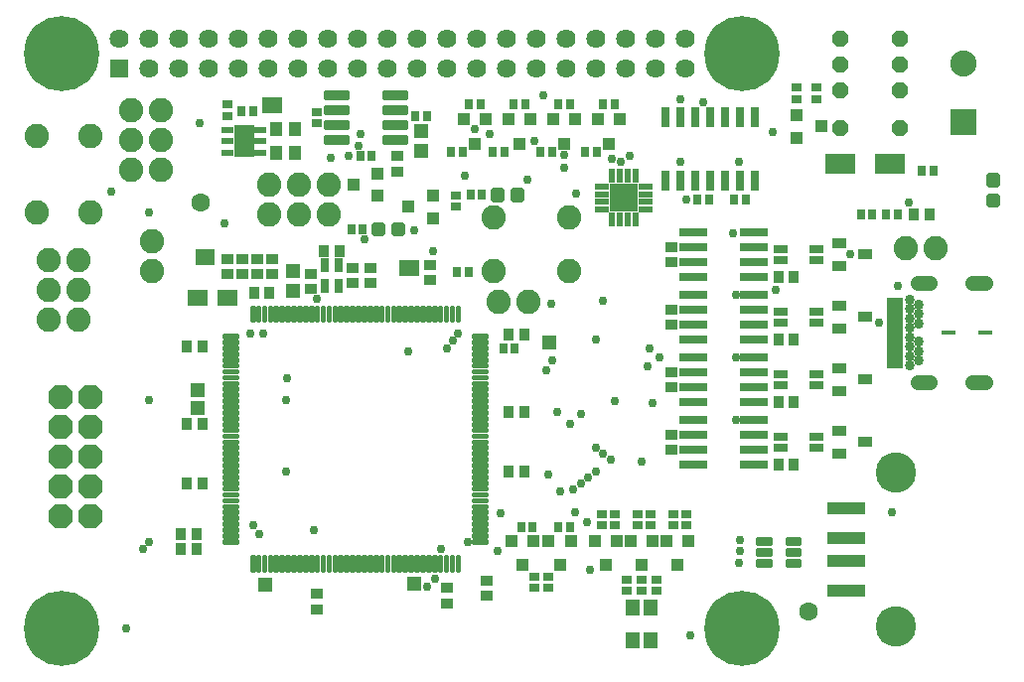
<source format=gbr>
G04 EAGLE Gerber RS-274X export*
G75*
%MOMM*%
%FSLAX34Y34*%
%LPD*%
%INSoldermask Top*%
%IPPOS*%
%AMOC8*
5,1,8,0,0,1.08239X$1,22.5*%
G01*
%ADD10R,0.803200X0.903200*%
%ADD11R,0.711200X1.168400*%
%ADD12R,1.103200X0.903200*%
%ADD13R,0.903200X1.103200*%
%ADD14R,1.203200X1.303200*%
%ADD15R,2.403200X0.803200*%
%ADD16R,1.253200X0.703200*%
%ADD17R,1.203200X0.903200*%
%ADD18C,6.403200*%
%ADD19R,1.625600X1.625600*%
%ADD20C,1.625600*%
%ADD21R,0.803200X1.703200*%
%ADD22R,1.003200X1.103200*%
%ADD23R,0.738300X0.847200*%
%ADD24P,2.254402X8X112.500000*%
%ADD25C,2.082800*%
%ADD26R,1.303200X1.353200*%
%ADD27R,0.903200X0.803200*%
%ADD28C,3.439163*%
%ADD29R,3.203200X1.103200*%
%ADD30C,0.344606*%
%ADD31C,0.362303*%
%ADD32C,1.253200*%
%ADD33R,1.403200X0.503200*%
%ADD34C,0.856400*%
%ADD35R,1.203200X0.403200*%
%ADD36R,2.235200X2.235200*%
%ADD37C,2.235200*%
%ADD38R,2.595200X1.768500*%
%ADD39P,1.507986X8X112.500000*%
%ADD40R,1.103200X1.003200*%
%ADD41R,0.847200X0.738300*%
%ADD42C,0.505344*%
%ADD43R,1.043200X0.623200*%
%ADD44R,1.803200X2.703200*%
%ADD45R,1.124100X1.173400*%
%ADD46R,0.832300X0.763200*%
%ADD47R,0.838200X1.473200*%
%ADD48R,1.253200X0.543200*%
%ADD49R,0.543200X1.253200*%
%ADD50R,2.363200X2.363200*%
%ADD51R,1.203200X1.203200*%
%ADD52C,0.322038*%
%ADD53C,0.756400*%
%ADD54C,1.603200*%


D10*
X376000Y365760D03*
X386000Y365760D03*
D11*
X263525Y371983D03*
X263525Y354457D03*
X274955Y354457D03*
X274955Y371983D03*
D12*
X287020Y356720D03*
X287020Y369720D03*
D13*
X262740Y383540D03*
X275740Y383540D03*
D14*
X236220Y349640D03*
X236220Y366640D03*
D13*
X420220Y312420D03*
X433220Y312420D03*
X153820Y129540D03*
X140820Y129540D03*
X158900Y236220D03*
X145900Y236220D03*
X158900Y185420D03*
X145900Y185420D03*
D12*
X302260Y356720D03*
X302260Y369720D03*
X401320Y103020D03*
X401320Y90020D03*
D13*
X420220Y195580D03*
X433220Y195580D03*
X420220Y246380D03*
X433220Y246380D03*
X158900Y302260D03*
X145900Y302260D03*
D12*
X256540Y91590D03*
X256540Y78590D03*
X353060Y359260D03*
X353060Y372260D03*
X180340Y364340D03*
X180340Y377340D03*
X193040Y364340D03*
X193040Y377340D03*
X218440Y364340D03*
X218440Y377340D03*
D13*
X203050Y347980D03*
X216050Y347980D03*
D12*
X367030Y96670D03*
X367030Y83670D03*
D13*
X153820Y142240D03*
X140820Y142240D03*
D15*
X577250Y227330D03*
X629250Y227330D03*
X577250Y240030D03*
X577250Y214630D03*
X577250Y201930D03*
X629250Y240030D03*
X629250Y214630D03*
X629250Y201930D03*
D13*
X650090Y201930D03*
X663090Y201930D03*
D12*
X558800Y214480D03*
X558800Y227480D03*
D16*
X651500Y225980D03*
X651500Y215980D03*
X682000Y215980D03*
X682000Y225980D03*
D17*
X723470Y220980D03*
X701470Y211480D03*
X701470Y230480D03*
D15*
X577250Y387350D03*
X629250Y387350D03*
X577250Y400050D03*
X577250Y374650D03*
X577250Y361950D03*
X629250Y400050D03*
X629250Y374650D03*
X629250Y361950D03*
D13*
X650090Y361950D03*
X663090Y361950D03*
D12*
X558800Y374500D03*
X558800Y387500D03*
D16*
X651500Y386000D03*
X651500Y376000D03*
X682000Y376000D03*
X682000Y386000D03*
D17*
X723470Y381000D03*
X701470Y371500D03*
X701470Y390500D03*
D15*
X577250Y334010D03*
X629250Y334010D03*
X577250Y346710D03*
X577250Y321310D03*
X577250Y308610D03*
X629250Y346710D03*
X629250Y321310D03*
X629250Y308610D03*
D13*
X650090Y308610D03*
X663090Y308610D03*
D12*
X558800Y321160D03*
X558800Y334160D03*
D16*
X651500Y332660D03*
X651500Y322660D03*
X682000Y322660D03*
X682000Y332660D03*
D17*
X723470Y327660D03*
X701470Y318160D03*
X701470Y337160D03*
D15*
X577250Y280670D03*
X629250Y280670D03*
X577250Y293370D03*
X577250Y267970D03*
X577250Y255270D03*
X629250Y293370D03*
X629250Y267970D03*
X629250Y255270D03*
D13*
X650090Y255270D03*
X663090Y255270D03*
D12*
X558800Y267820D03*
X558800Y280820D03*
D16*
X651500Y279320D03*
X651500Y269320D03*
X682000Y269320D03*
X682000Y279320D03*
D17*
X723470Y274320D03*
X701470Y264820D03*
X701470Y283820D03*
D18*
X39260Y62340D03*
X619260Y62340D03*
X619260Y552340D03*
X39260Y552340D03*
D19*
X87960Y539640D03*
D20*
X113360Y539640D03*
X138760Y539640D03*
X164160Y539640D03*
X189560Y539640D03*
X214960Y539640D03*
X87960Y565040D03*
X113360Y565040D03*
X138760Y565040D03*
X164160Y565040D03*
X189560Y565040D03*
X214960Y565040D03*
X240360Y539640D03*
X240360Y565040D03*
X265760Y539640D03*
X291160Y539640D03*
X316560Y539640D03*
X341960Y539640D03*
X367360Y539640D03*
X392760Y539640D03*
X265760Y565040D03*
X291160Y565040D03*
X316560Y565040D03*
X341960Y565040D03*
X367360Y565040D03*
X392760Y565040D03*
X418160Y539640D03*
X418160Y565040D03*
X443560Y539640D03*
X468960Y539640D03*
X494360Y539640D03*
X519760Y539640D03*
X545160Y539640D03*
X570560Y539640D03*
X443560Y565040D03*
X468960Y565040D03*
X494360Y565040D03*
X519760Y565040D03*
X545160Y565040D03*
X570560Y565040D03*
D21*
X629920Y498170D03*
X617220Y498170D03*
X604520Y498170D03*
X591820Y498170D03*
X579120Y498170D03*
X566420Y498170D03*
X553720Y498170D03*
X553720Y444170D03*
X566420Y444170D03*
X579120Y444170D03*
X591820Y444170D03*
X604520Y444170D03*
X617220Y444170D03*
X629920Y444170D03*
D22*
X476860Y496410D03*
X457860Y496410D03*
X467360Y475410D03*
X514960Y496410D03*
X495960Y496410D03*
X505460Y475410D03*
X400660Y496410D03*
X381660Y496410D03*
X391160Y475410D03*
X438760Y496410D03*
X419760Y496410D03*
X429260Y475410D03*
D23*
X462285Y509270D03*
X472435Y509270D03*
X457195Y468630D03*
X447045Y468630D03*
X500385Y509270D03*
X510535Y509270D03*
X495295Y468630D03*
X485145Y468630D03*
X386085Y509270D03*
X396235Y509270D03*
X380995Y468630D03*
X370845Y468630D03*
X424185Y509270D03*
X434335Y509270D03*
X416555Y468630D03*
X406405Y468630D03*
D24*
X63500Y157480D03*
X38100Y157480D03*
X63500Y182880D03*
X38100Y182880D03*
X63500Y208280D03*
X38100Y208280D03*
X63500Y233680D03*
X38100Y233680D03*
X63500Y259080D03*
X38100Y259080D03*
D25*
X27940Y325120D03*
X53340Y325120D03*
X27940Y350520D03*
X53340Y350520D03*
X27940Y375920D03*
X53340Y375920D03*
X18034Y417068D03*
X18034Y482092D03*
X63246Y417068D03*
X63246Y482092D03*
D12*
X251460Y351640D03*
X251460Y364640D03*
D26*
X525900Y52290D03*
X540900Y52290D03*
X540900Y79790D03*
X525900Y79790D03*
D22*
X573380Y137000D03*
X554380Y137000D03*
X563880Y116000D03*
X542900Y137000D03*
X523900Y137000D03*
X533400Y116000D03*
X512420Y137000D03*
X493420Y137000D03*
X502920Y116000D03*
D27*
X546100Y94060D03*
X546100Y104060D03*
X533400Y94060D03*
X533400Y104060D03*
X520700Y94060D03*
X520700Y104060D03*
D28*
X749780Y195199D03*
X749780Y63881D03*
D29*
X707660Y119540D03*
X707660Y94540D03*
X707660Y139540D03*
X707660Y164540D03*
D30*
X643033Y134307D02*
X632347Y134307D01*
X632347Y138693D01*
X643033Y138693D01*
X643033Y134307D01*
X643033Y137581D02*
X632347Y137581D01*
X632347Y124807D02*
X643033Y124807D01*
X632347Y124807D02*
X632347Y129193D01*
X643033Y129193D01*
X643033Y124807D01*
X643033Y128081D02*
X632347Y128081D01*
X632347Y115307D02*
X643033Y115307D01*
X632347Y115307D02*
X632347Y119693D01*
X643033Y119693D01*
X643033Y115307D01*
X643033Y118581D02*
X632347Y118581D01*
X657447Y115307D02*
X668133Y115307D01*
X657447Y115307D02*
X657447Y119693D01*
X668133Y119693D01*
X668133Y115307D01*
X668133Y118581D02*
X657447Y118581D01*
X657447Y124807D02*
X668133Y124807D01*
X657447Y124807D02*
X657447Y129193D01*
X668133Y129193D01*
X668133Y124807D01*
X668133Y128081D02*
X657447Y128081D01*
X657447Y134307D02*
X668133Y134307D01*
X657447Y134307D02*
X657447Y138693D01*
X668133Y138693D01*
X668133Y134307D01*
X668133Y137581D02*
X657447Y137581D01*
D25*
X436880Y340360D03*
X411480Y340360D03*
D27*
X453390Y106600D03*
X453390Y96600D03*
X441960Y106600D03*
X441960Y96600D03*
D31*
X377765Y324315D02*
X377765Y335325D01*
X377765Y324315D02*
X376355Y324315D01*
X376355Y335325D01*
X377765Y335325D01*
X377765Y327757D02*
X376355Y327757D01*
X376355Y331199D02*
X377765Y331199D01*
X377765Y334641D02*
X376355Y334641D01*
X372765Y335325D02*
X372765Y324315D01*
X371355Y324315D01*
X371355Y335325D01*
X372765Y335325D01*
X372765Y327757D02*
X371355Y327757D01*
X371355Y331199D02*
X372765Y331199D01*
X372765Y334641D02*
X371355Y334641D01*
X367765Y335325D02*
X367765Y324315D01*
X366355Y324315D01*
X366355Y335325D01*
X367765Y335325D01*
X367765Y327757D02*
X366355Y327757D01*
X366355Y331199D02*
X367765Y331199D01*
X367765Y334641D02*
X366355Y334641D01*
X362765Y335325D02*
X362765Y324315D01*
X361355Y324315D01*
X361355Y335325D01*
X362765Y335325D01*
X362765Y327757D02*
X361355Y327757D01*
X361355Y331199D02*
X362765Y331199D01*
X362765Y334641D02*
X361355Y334641D01*
X357765Y335325D02*
X357765Y324315D01*
X356355Y324315D01*
X356355Y335325D01*
X357765Y335325D01*
X357765Y327757D02*
X356355Y327757D01*
X356355Y331199D02*
X357765Y331199D01*
X357765Y334641D02*
X356355Y334641D01*
X352765Y335325D02*
X352765Y324315D01*
X351355Y324315D01*
X351355Y335325D01*
X352765Y335325D01*
X352765Y327757D02*
X351355Y327757D01*
X351355Y331199D02*
X352765Y331199D01*
X352765Y334641D02*
X351355Y334641D01*
X347765Y335325D02*
X347765Y324315D01*
X346355Y324315D01*
X346355Y335325D01*
X347765Y335325D01*
X347765Y327757D02*
X346355Y327757D01*
X346355Y331199D02*
X347765Y331199D01*
X347765Y334641D02*
X346355Y334641D01*
X342765Y335325D02*
X342765Y324315D01*
X341355Y324315D01*
X341355Y335325D01*
X342765Y335325D01*
X342765Y327757D02*
X341355Y327757D01*
X341355Y331199D02*
X342765Y331199D01*
X342765Y334641D02*
X341355Y334641D01*
X337765Y335325D02*
X337765Y324315D01*
X336355Y324315D01*
X336355Y335325D01*
X337765Y335325D01*
X337765Y327757D02*
X336355Y327757D01*
X336355Y331199D02*
X337765Y331199D01*
X337765Y334641D02*
X336355Y334641D01*
X332765Y335325D02*
X332765Y324315D01*
X331355Y324315D01*
X331355Y335325D01*
X332765Y335325D01*
X332765Y327757D02*
X331355Y327757D01*
X331355Y331199D02*
X332765Y331199D01*
X332765Y334641D02*
X331355Y334641D01*
X327765Y335325D02*
X327765Y324315D01*
X326355Y324315D01*
X326355Y335325D01*
X327765Y335325D01*
X327765Y327757D02*
X326355Y327757D01*
X326355Y331199D02*
X327765Y331199D01*
X327765Y334641D02*
X326355Y334641D01*
X322765Y335325D02*
X322765Y324315D01*
X321355Y324315D01*
X321355Y335325D01*
X322765Y335325D01*
X322765Y327757D02*
X321355Y327757D01*
X321355Y331199D02*
X322765Y331199D01*
X322765Y334641D02*
X321355Y334641D01*
X317765Y335325D02*
X317765Y324315D01*
X316355Y324315D01*
X316355Y335325D01*
X317765Y335325D01*
X317765Y327757D02*
X316355Y327757D01*
X316355Y331199D02*
X317765Y331199D01*
X317765Y334641D02*
X316355Y334641D01*
X312765Y335325D02*
X312765Y324315D01*
X311355Y324315D01*
X311355Y335325D01*
X312765Y335325D01*
X312765Y327757D02*
X311355Y327757D01*
X311355Y331199D02*
X312765Y331199D01*
X312765Y334641D02*
X311355Y334641D01*
X307765Y335325D02*
X307765Y324315D01*
X306355Y324315D01*
X306355Y335325D01*
X307765Y335325D01*
X307765Y327757D02*
X306355Y327757D01*
X306355Y331199D02*
X307765Y331199D01*
X307765Y334641D02*
X306355Y334641D01*
X302765Y335325D02*
X302765Y324315D01*
X301355Y324315D01*
X301355Y335325D01*
X302765Y335325D01*
X302765Y327757D02*
X301355Y327757D01*
X301355Y331199D02*
X302765Y331199D01*
X302765Y334641D02*
X301355Y334641D01*
X297765Y335325D02*
X297765Y324315D01*
X296355Y324315D01*
X296355Y335325D01*
X297765Y335325D01*
X297765Y327757D02*
X296355Y327757D01*
X296355Y331199D02*
X297765Y331199D01*
X297765Y334641D02*
X296355Y334641D01*
X292765Y335325D02*
X292765Y324315D01*
X291355Y324315D01*
X291355Y335325D01*
X292765Y335325D01*
X292765Y327757D02*
X291355Y327757D01*
X291355Y331199D02*
X292765Y331199D01*
X292765Y334641D02*
X291355Y334641D01*
X287765Y335325D02*
X287765Y324315D01*
X286355Y324315D01*
X286355Y335325D01*
X287765Y335325D01*
X287765Y327757D02*
X286355Y327757D01*
X286355Y331199D02*
X287765Y331199D01*
X287765Y334641D02*
X286355Y334641D01*
X282765Y335325D02*
X282765Y324315D01*
X281355Y324315D01*
X281355Y335325D01*
X282765Y335325D01*
X282765Y327757D02*
X281355Y327757D01*
X281355Y331199D02*
X282765Y331199D01*
X282765Y334641D02*
X281355Y334641D01*
X277765Y335325D02*
X277765Y324315D01*
X276355Y324315D01*
X276355Y335325D01*
X277765Y335325D01*
X277765Y327757D02*
X276355Y327757D01*
X276355Y331199D02*
X277765Y331199D01*
X277765Y334641D02*
X276355Y334641D01*
X272765Y335325D02*
X272765Y324315D01*
X271355Y324315D01*
X271355Y335325D01*
X272765Y335325D01*
X272765Y327757D02*
X271355Y327757D01*
X271355Y331199D02*
X272765Y331199D01*
X272765Y334641D02*
X271355Y334641D01*
X267765Y335325D02*
X267765Y324315D01*
X266355Y324315D01*
X266355Y335325D01*
X267765Y335325D01*
X267765Y327757D02*
X266355Y327757D01*
X266355Y331199D02*
X267765Y331199D01*
X267765Y334641D02*
X266355Y334641D01*
X262765Y335325D02*
X262765Y324315D01*
X261355Y324315D01*
X261355Y335325D01*
X262765Y335325D01*
X262765Y327757D02*
X261355Y327757D01*
X261355Y331199D02*
X262765Y331199D01*
X262765Y334641D02*
X261355Y334641D01*
X257765Y335325D02*
X257765Y324315D01*
X256355Y324315D01*
X256355Y335325D01*
X257765Y335325D01*
X257765Y327757D02*
X256355Y327757D01*
X256355Y331199D02*
X257765Y331199D01*
X257765Y334641D02*
X256355Y334641D01*
X252765Y335325D02*
X252765Y324315D01*
X251355Y324315D01*
X251355Y335325D01*
X252765Y335325D01*
X252765Y327757D02*
X251355Y327757D01*
X251355Y331199D02*
X252765Y331199D01*
X252765Y334641D02*
X251355Y334641D01*
X247765Y335325D02*
X247765Y324315D01*
X246355Y324315D01*
X246355Y335325D01*
X247765Y335325D01*
X247765Y327757D02*
X246355Y327757D01*
X246355Y331199D02*
X247765Y331199D01*
X247765Y334641D02*
X246355Y334641D01*
X242765Y335325D02*
X242765Y324315D01*
X241355Y324315D01*
X241355Y335325D01*
X242765Y335325D01*
X242765Y327757D02*
X241355Y327757D01*
X241355Y331199D02*
X242765Y331199D01*
X242765Y334641D02*
X241355Y334641D01*
X237765Y335325D02*
X237765Y324315D01*
X236355Y324315D01*
X236355Y335325D01*
X237765Y335325D01*
X237765Y327757D02*
X236355Y327757D01*
X236355Y331199D02*
X237765Y331199D01*
X237765Y334641D02*
X236355Y334641D01*
X232765Y335325D02*
X232765Y324315D01*
X231355Y324315D01*
X231355Y335325D01*
X232765Y335325D01*
X232765Y327757D02*
X231355Y327757D01*
X231355Y331199D02*
X232765Y331199D01*
X232765Y334641D02*
X231355Y334641D01*
X227765Y335325D02*
X227765Y324315D01*
X226355Y324315D01*
X226355Y335325D01*
X227765Y335325D01*
X227765Y327757D02*
X226355Y327757D01*
X226355Y331199D02*
X227765Y331199D01*
X227765Y334641D02*
X226355Y334641D01*
X222765Y335325D02*
X222765Y324315D01*
X221355Y324315D01*
X221355Y335325D01*
X222765Y335325D01*
X222765Y327757D02*
X221355Y327757D01*
X221355Y331199D02*
X222765Y331199D01*
X222765Y334641D02*
X221355Y334641D01*
X217765Y335325D02*
X217765Y324315D01*
X216355Y324315D01*
X216355Y335325D01*
X217765Y335325D01*
X217765Y327757D02*
X216355Y327757D01*
X216355Y331199D02*
X217765Y331199D01*
X217765Y334641D02*
X216355Y334641D01*
X212765Y335325D02*
X212765Y324315D01*
X211355Y324315D01*
X211355Y335325D01*
X212765Y335325D01*
X212765Y327757D02*
X211355Y327757D01*
X211355Y331199D02*
X212765Y331199D01*
X212765Y334641D02*
X211355Y334641D01*
X207765Y335325D02*
X207765Y324315D01*
X206355Y324315D01*
X206355Y335325D01*
X207765Y335325D01*
X207765Y327757D02*
X206355Y327757D01*
X206355Y331199D02*
X207765Y331199D01*
X207765Y334641D02*
X206355Y334641D01*
X202765Y335325D02*
X202765Y324315D01*
X201355Y324315D01*
X201355Y335325D01*
X202765Y335325D01*
X202765Y327757D02*
X201355Y327757D01*
X201355Y331199D02*
X202765Y331199D01*
X202765Y334641D02*
X201355Y334641D01*
X188765Y311725D02*
X177755Y311725D01*
X188765Y311725D02*
X188765Y310315D01*
X177755Y310315D01*
X177755Y311725D01*
X177755Y306725D02*
X188765Y306725D01*
X188765Y305315D01*
X177755Y305315D01*
X177755Y306725D01*
X177755Y301725D02*
X188765Y301725D01*
X188765Y300315D01*
X177755Y300315D01*
X177755Y301725D01*
X177755Y296725D02*
X188765Y296725D01*
X188765Y295315D01*
X177755Y295315D01*
X177755Y296725D01*
X177755Y291725D02*
X188765Y291725D01*
X188765Y290315D01*
X177755Y290315D01*
X177755Y291725D01*
X177755Y286725D02*
X188765Y286725D01*
X188765Y285315D01*
X177755Y285315D01*
X177755Y286725D01*
X177755Y281725D02*
X188765Y281725D01*
X188765Y280315D01*
X177755Y280315D01*
X177755Y281725D01*
X177755Y276725D02*
X188765Y276725D01*
X188765Y275315D01*
X177755Y275315D01*
X177755Y276725D01*
X177755Y271725D02*
X188765Y271725D01*
X188765Y270315D01*
X177755Y270315D01*
X177755Y271725D01*
X177755Y266725D02*
X188765Y266725D01*
X188765Y265315D01*
X177755Y265315D01*
X177755Y266725D01*
X177755Y261725D02*
X188765Y261725D01*
X188765Y260315D01*
X177755Y260315D01*
X177755Y261725D01*
X177755Y256725D02*
X188765Y256725D01*
X188765Y255315D01*
X177755Y255315D01*
X177755Y256725D01*
X177755Y251725D02*
X188765Y251725D01*
X188765Y250315D01*
X177755Y250315D01*
X177755Y251725D01*
X177755Y246725D02*
X188765Y246725D01*
X188765Y245315D01*
X177755Y245315D01*
X177755Y246725D01*
X177755Y241725D02*
X188765Y241725D01*
X188765Y240315D01*
X177755Y240315D01*
X177755Y241725D01*
X177755Y236725D02*
X188765Y236725D01*
X188765Y235315D01*
X177755Y235315D01*
X177755Y236725D01*
X177755Y231725D02*
X188765Y231725D01*
X188765Y230315D01*
X177755Y230315D01*
X177755Y231725D01*
X177755Y226725D02*
X188765Y226725D01*
X188765Y225315D01*
X177755Y225315D01*
X177755Y226725D01*
X177755Y221725D02*
X188765Y221725D01*
X188765Y220315D01*
X177755Y220315D01*
X177755Y221725D01*
X177755Y216725D02*
X188765Y216725D01*
X188765Y215315D01*
X177755Y215315D01*
X177755Y216725D01*
X177755Y211725D02*
X188765Y211725D01*
X188765Y210315D01*
X177755Y210315D01*
X177755Y211725D01*
X177755Y206725D02*
X188765Y206725D01*
X188765Y205315D01*
X177755Y205315D01*
X177755Y206725D01*
X177755Y201725D02*
X188765Y201725D01*
X188765Y200315D01*
X177755Y200315D01*
X177755Y201725D01*
X177755Y196725D02*
X188765Y196725D01*
X188765Y195315D01*
X177755Y195315D01*
X177755Y196725D01*
X177755Y191725D02*
X188765Y191725D01*
X188765Y190315D01*
X177755Y190315D01*
X177755Y191725D01*
X177755Y186725D02*
X188765Y186725D01*
X188765Y185315D01*
X177755Y185315D01*
X177755Y186725D01*
X177755Y181725D02*
X188765Y181725D01*
X188765Y180315D01*
X177755Y180315D01*
X177755Y181725D01*
X177755Y176725D02*
X188765Y176725D01*
X188765Y175315D01*
X177755Y175315D01*
X177755Y176725D01*
X177755Y171725D02*
X188765Y171725D01*
X188765Y170315D01*
X177755Y170315D01*
X177755Y171725D01*
X177755Y166725D02*
X188765Y166725D01*
X188765Y165315D01*
X177755Y165315D01*
X177755Y166725D01*
X177755Y161725D02*
X188765Y161725D01*
X188765Y160315D01*
X177755Y160315D01*
X177755Y161725D01*
X177755Y156725D02*
X188765Y156725D01*
X188765Y155315D01*
X177755Y155315D01*
X177755Y156725D01*
X177755Y151725D02*
X188765Y151725D01*
X188765Y150315D01*
X177755Y150315D01*
X177755Y151725D01*
X177755Y146725D02*
X188765Y146725D01*
X188765Y145315D01*
X177755Y145315D01*
X177755Y146725D01*
X177755Y141725D02*
X188765Y141725D01*
X188765Y140315D01*
X177755Y140315D01*
X177755Y141725D01*
X177755Y136725D02*
X188765Y136725D01*
X188765Y135315D01*
X177755Y135315D01*
X177755Y136725D01*
X201355Y122725D02*
X201355Y111715D01*
X201355Y122725D02*
X202765Y122725D01*
X202765Y111715D01*
X201355Y111715D01*
X201355Y115157D02*
X202765Y115157D01*
X202765Y118599D02*
X201355Y118599D01*
X201355Y122041D02*
X202765Y122041D01*
X206355Y122725D02*
X206355Y111715D01*
X206355Y122725D02*
X207765Y122725D01*
X207765Y111715D01*
X206355Y111715D01*
X206355Y115157D02*
X207765Y115157D01*
X207765Y118599D02*
X206355Y118599D01*
X206355Y122041D02*
X207765Y122041D01*
X211355Y122725D02*
X211355Y111715D01*
X211355Y122725D02*
X212765Y122725D01*
X212765Y111715D01*
X211355Y111715D01*
X211355Y115157D02*
X212765Y115157D01*
X212765Y118599D02*
X211355Y118599D01*
X211355Y122041D02*
X212765Y122041D01*
X216355Y122725D02*
X216355Y111715D01*
X216355Y122725D02*
X217765Y122725D01*
X217765Y111715D01*
X216355Y111715D01*
X216355Y115157D02*
X217765Y115157D01*
X217765Y118599D02*
X216355Y118599D01*
X216355Y122041D02*
X217765Y122041D01*
X221355Y122725D02*
X221355Y111715D01*
X221355Y122725D02*
X222765Y122725D01*
X222765Y111715D01*
X221355Y111715D01*
X221355Y115157D02*
X222765Y115157D01*
X222765Y118599D02*
X221355Y118599D01*
X221355Y122041D02*
X222765Y122041D01*
X226355Y122725D02*
X226355Y111715D01*
X226355Y122725D02*
X227765Y122725D01*
X227765Y111715D01*
X226355Y111715D01*
X226355Y115157D02*
X227765Y115157D01*
X227765Y118599D02*
X226355Y118599D01*
X226355Y122041D02*
X227765Y122041D01*
X231355Y122725D02*
X231355Y111715D01*
X231355Y122725D02*
X232765Y122725D01*
X232765Y111715D01*
X231355Y111715D01*
X231355Y115157D02*
X232765Y115157D01*
X232765Y118599D02*
X231355Y118599D01*
X231355Y122041D02*
X232765Y122041D01*
X236355Y122725D02*
X236355Y111715D01*
X236355Y122725D02*
X237765Y122725D01*
X237765Y111715D01*
X236355Y111715D01*
X236355Y115157D02*
X237765Y115157D01*
X237765Y118599D02*
X236355Y118599D01*
X236355Y122041D02*
X237765Y122041D01*
X241355Y122725D02*
X241355Y111715D01*
X241355Y122725D02*
X242765Y122725D01*
X242765Y111715D01*
X241355Y111715D01*
X241355Y115157D02*
X242765Y115157D01*
X242765Y118599D02*
X241355Y118599D01*
X241355Y122041D02*
X242765Y122041D01*
X246355Y122725D02*
X246355Y111715D01*
X246355Y122725D02*
X247765Y122725D01*
X247765Y111715D01*
X246355Y111715D01*
X246355Y115157D02*
X247765Y115157D01*
X247765Y118599D02*
X246355Y118599D01*
X246355Y122041D02*
X247765Y122041D01*
X251355Y122725D02*
X251355Y111715D01*
X251355Y122725D02*
X252765Y122725D01*
X252765Y111715D01*
X251355Y111715D01*
X251355Y115157D02*
X252765Y115157D01*
X252765Y118599D02*
X251355Y118599D01*
X251355Y122041D02*
X252765Y122041D01*
X256355Y122725D02*
X256355Y111715D01*
X256355Y122725D02*
X257765Y122725D01*
X257765Y111715D01*
X256355Y111715D01*
X256355Y115157D02*
X257765Y115157D01*
X257765Y118599D02*
X256355Y118599D01*
X256355Y122041D02*
X257765Y122041D01*
X261355Y122725D02*
X261355Y111715D01*
X261355Y122725D02*
X262765Y122725D01*
X262765Y111715D01*
X261355Y111715D01*
X261355Y115157D02*
X262765Y115157D01*
X262765Y118599D02*
X261355Y118599D01*
X261355Y122041D02*
X262765Y122041D01*
X266355Y122725D02*
X266355Y111715D01*
X266355Y122725D02*
X267765Y122725D01*
X267765Y111715D01*
X266355Y111715D01*
X266355Y115157D02*
X267765Y115157D01*
X267765Y118599D02*
X266355Y118599D01*
X266355Y122041D02*
X267765Y122041D01*
X271355Y122725D02*
X271355Y111715D01*
X271355Y122725D02*
X272765Y122725D01*
X272765Y111715D01*
X271355Y111715D01*
X271355Y115157D02*
X272765Y115157D01*
X272765Y118599D02*
X271355Y118599D01*
X271355Y122041D02*
X272765Y122041D01*
X276355Y122725D02*
X276355Y111715D01*
X276355Y122725D02*
X277765Y122725D01*
X277765Y111715D01*
X276355Y111715D01*
X276355Y115157D02*
X277765Y115157D01*
X277765Y118599D02*
X276355Y118599D01*
X276355Y122041D02*
X277765Y122041D01*
X281355Y122725D02*
X281355Y111715D01*
X281355Y122725D02*
X282765Y122725D01*
X282765Y111715D01*
X281355Y111715D01*
X281355Y115157D02*
X282765Y115157D01*
X282765Y118599D02*
X281355Y118599D01*
X281355Y122041D02*
X282765Y122041D01*
X286355Y122725D02*
X286355Y111715D01*
X286355Y122725D02*
X287765Y122725D01*
X287765Y111715D01*
X286355Y111715D01*
X286355Y115157D02*
X287765Y115157D01*
X287765Y118599D02*
X286355Y118599D01*
X286355Y122041D02*
X287765Y122041D01*
X291355Y122725D02*
X291355Y111715D01*
X291355Y122725D02*
X292765Y122725D01*
X292765Y111715D01*
X291355Y111715D01*
X291355Y115157D02*
X292765Y115157D01*
X292765Y118599D02*
X291355Y118599D01*
X291355Y122041D02*
X292765Y122041D01*
X296355Y122725D02*
X296355Y111715D01*
X296355Y122725D02*
X297765Y122725D01*
X297765Y111715D01*
X296355Y111715D01*
X296355Y115157D02*
X297765Y115157D01*
X297765Y118599D02*
X296355Y118599D01*
X296355Y122041D02*
X297765Y122041D01*
X301355Y122725D02*
X301355Y111715D01*
X301355Y122725D02*
X302765Y122725D01*
X302765Y111715D01*
X301355Y111715D01*
X301355Y115157D02*
X302765Y115157D01*
X302765Y118599D02*
X301355Y118599D01*
X301355Y122041D02*
X302765Y122041D01*
X306355Y122725D02*
X306355Y111715D01*
X306355Y122725D02*
X307765Y122725D01*
X307765Y111715D01*
X306355Y111715D01*
X306355Y115157D02*
X307765Y115157D01*
X307765Y118599D02*
X306355Y118599D01*
X306355Y122041D02*
X307765Y122041D01*
X311355Y122725D02*
X311355Y111715D01*
X311355Y122725D02*
X312765Y122725D01*
X312765Y111715D01*
X311355Y111715D01*
X311355Y115157D02*
X312765Y115157D01*
X312765Y118599D02*
X311355Y118599D01*
X311355Y122041D02*
X312765Y122041D01*
X316355Y122725D02*
X316355Y111715D01*
X316355Y122725D02*
X317765Y122725D01*
X317765Y111715D01*
X316355Y111715D01*
X316355Y115157D02*
X317765Y115157D01*
X317765Y118599D02*
X316355Y118599D01*
X316355Y122041D02*
X317765Y122041D01*
X321355Y122725D02*
X321355Y111715D01*
X321355Y122725D02*
X322765Y122725D01*
X322765Y111715D01*
X321355Y111715D01*
X321355Y115157D02*
X322765Y115157D01*
X322765Y118599D02*
X321355Y118599D01*
X321355Y122041D02*
X322765Y122041D01*
X326355Y122725D02*
X326355Y111715D01*
X326355Y122725D02*
X327765Y122725D01*
X327765Y111715D01*
X326355Y111715D01*
X326355Y115157D02*
X327765Y115157D01*
X327765Y118599D02*
X326355Y118599D01*
X326355Y122041D02*
X327765Y122041D01*
X331355Y122725D02*
X331355Y111715D01*
X331355Y122725D02*
X332765Y122725D01*
X332765Y111715D01*
X331355Y111715D01*
X331355Y115157D02*
X332765Y115157D01*
X332765Y118599D02*
X331355Y118599D01*
X331355Y122041D02*
X332765Y122041D01*
X336355Y122725D02*
X336355Y111715D01*
X336355Y122725D02*
X337765Y122725D01*
X337765Y111715D01*
X336355Y111715D01*
X336355Y115157D02*
X337765Y115157D01*
X337765Y118599D02*
X336355Y118599D01*
X336355Y122041D02*
X337765Y122041D01*
X341355Y122725D02*
X341355Y111715D01*
X341355Y122725D02*
X342765Y122725D01*
X342765Y111715D01*
X341355Y111715D01*
X341355Y115157D02*
X342765Y115157D01*
X342765Y118599D02*
X341355Y118599D01*
X341355Y122041D02*
X342765Y122041D01*
X346355Y122725D02*
X346355Y111715D01*
X346355Y122725D02*
X347765Y122725D01*
X347765Y111715D01*
X346355Y111715D01*
X346355Y115157D02*
X347765Y115157D01*
X347765Y118599D02*
X346355Y118599D01*
X346355Y122041D02*
X347765Y122041D01*
X351355Y122725D02*
X351355Y111715D01*
X351355Y122725D02*
X352765Y122725D01*
X352765Y111715D01*
X351355Y111715D01*
X351355Y115157D02*
X352765Y115157D01*
X352765Y118599D02*
X351355Y118599D01*
X351355Y122041D02*
X352765Y122041D01*
X356355Y122725D02*
X356355Y111715D01*
X356355Y122725D02*
X357765Y122725D01*
X357765Y111715D01*
X356355Y111715D01*
X356355Y115157D02*
X357765Y115157D01*
X357765Y118599D02*
X356355Y118599D01*
X356355Y122041D02*
X357765Y122041D01*
X361355Y122725D02*
X361355Y111715D01*
X361355Y122725D02*
X362765Y122725D01*
X362765Y111715D01*
X361355Y111715D01*
X361355Y115157D02*
X362765Y115157D01*
X362765Y118599D02*
X361355Y118599D01*
X361355Y122041D02*
X362765Y122041D01*
X366355Y122725D02*
X366355Y111715D01*
X366355Y122725D02*
X367765Y122725D01*
X367765Y111715D01*
X366355Y111715D01*
X366355Y115157D02*
X367765Y115157D01*
X367765Y118599D02*
X366355Y118599D01*
X366355Y122041D02*
X367765Y122041D01*
X371355Y122725D02*
X371355Y111715D01*
X371355Y122725D02*
X372765Y122725D01*
X372765Y111715D01*
X371355Y111715D01*
X371355Y115157D02*
X372765Y115157D01*
X372765Y118599D02*
X371355Y118599D01*
X371355Y122041D02*
X372765Y122041D01*
X376355Y122725D02*
X376355Y111715D01*
X376355Y122725D02*
X377765Y122725D01*
X377765Y111715D01*
X376355Y111715D01*
X376355Y115157D02*
X377765Y115157D01*
X377765Y118599D02*
X376355Y118599D01*
X376355Y122041D02*
X377765Y122041D01*
X390355Y135315D02*
X401365Y135315D01*
X390355Y135315D02*
X390355Y136725D01*
X401365Y136725D01*
X401365Y135315D01*
X401365Y140315D02*
X390355Y140315D01*
X390355Y141725D01*
X401365Y141725D01*
X401365Y140315D01*
X401365Y145315D02*
X390355Y145315D01*
X390355Y146725D01*
X401365Y146725D01*
X401365Y145315D01*
X401365Y150315D02*
X390355Y150315D01*
X390355Y151725D01*
X401365Y151725D01*
X401365Y150315D01*
X401365Y155315D02*
X390355Y155315D01*
X390355Y156725D01*
X401365Y156725D01*
X401365Y155315D01*
X401365Y160315D02*
X390355Y160315D01*
X390355Y161725D01*
X401365Y161725D01*
X401365Y160315D01*
X401365Y165315D02*
X390355Y165315D01*
X390355Y166725D01*
X401365Y166725D01*
X401365Y165315D01*
X401365Y170315D02*
X390355Y170315D01*
X390355Y171725D01*
X401365Y171725D01*
X401365Y170315D01*
X401365Y175315D02*
X390355Y175315D01*
X390355Y176725D01*
X401365Y176725D01*
X401365Y175315D01*
X401365Y180315D02*
X390355Y180315D01*
X390355Y181725D01*
X401365Y181725D01*
X401365Y180315D01*
X401365Y185315D02*
X390355Y185315D01*
X390355Y186725D01*
X401365Y186725D01*
X401365Y185315D01*
X401365Y190315D02*
X390355Y190315D01*
X390355Y191725D01*
X401365Y191725D01*
X401365Y190315D01*
X401365Y195315D02*
X390355Y195315D01*
X390355Y196725D01*
X401365Y196725D01*
X401365Y195315D01*
X401365Y200315D02*
X390355Y200315D01*
X390355Y201725D01*
X401365Y201725D01*
X401365Y200315D01*
X401365Y205315D02*
X390355Y205315D01*
X390355Y206725D01*
X401365Y206725D01*
X401365Y205315D01*
X401365Y210315D02*
X390355Y210315D01*
X390355Y211725D01*
X401365Y211725D01*
X401365Y210315D01*
X401365Y215315D02*
X390355Y215315D01*
X390355Y216725D01*
X401365Y216725D01*
X401365Y215315D01*
X401365Y220315D02*
X390355Y220315D01*
X390355Y221725D01*
X401365Y221725D01*
X401365Y220315D01*
X401365Y225315D02*
X390355Y225315D01*
X390355Y226725D01*
X401365Y226725D01*
X401365Y225315D01*
X401365Y230315D02*
X390355Y230315D01*
X390355Y231725D01*
X401365Y231725D01*
X401365Y230315D01*
X401365Y235315D02*
X390355Y235315D01*
X390355Y236725D01*
X401365Y236725D01*
X401365Y235315D01*
X401365Y240315D02*
X390355Y240315D01*
X390355Y241725D01*
X401365Y241725D01*
X401365Y240315D01*
X401365Y245315D02*
X390355Y245315D01*
X390355Y246725D01*
X401365Y246725D01*
X401365Y245315D01*
X401365Y250315D02*
X390355Y250315D01*
X390355Y251725D01*
X401365Y251725D01*
X401365Y250315D01*
X401365Y255315D02*
X390355Y255315D01*
X390355Y256725D01*
X401365Y256725D01*
X401365Y255315D01*
X401365Y260315D02*
X390355Y260315D01*
X390355Y261725D01*
X401365Y261725D01*
X401365Y260315D01*
X401365Y265315D02*
X390355Y265315D01*
X390355Y266725D01*
X401365Y266725D01*
X401365Y265315D01*
X401365Y270315D02*
X390355Y270315D01*
X390355Y271725D01*
X401365Y271725D01*
X401365Y270315D01*
X401365Y275315D02*
X390355Y275315D01*
X390355Y276725D01*
X401365Y276725D01*
X401365Y275315D01*
X401365Y280315D02*
X390355Y280315D01*
X390355Y281725D01*
X401365Y281725D01*
X401365Y280315D01*
X401365Y285315D02*
X390355Y285315D01*
X390355Y286725D01*
X401365Y286725D01*
X401365Y285315D01*
X401365Y290315D02*
X390355Y290315D01*
X390355Y291725D01*
X401365Y291725D01*
X401365Y290315D01*
X401365Y295315D02*
X390355Y295315D01*
X390355Y296725D01*
X401365Y296725D01*
X401365Y295315D01*
X401365Y300315D02*
X390355Y300315D01*
X390355Y301725D01*
X401365Y301725D01*
X401365Y300315D01*
X401365Y305315D02*
X390355Y305315D01*
X390355Y306725D01*
X401365Y306725D01*
X401365Y305315D01*
X401365Y310315D02*
X390355Y310315D01*
X390355Y311725D01*
X401365Y311725D01*
X401365Y310315D01*
D32*
X768378Y271752D02*
X778878Y271752D01*
X778878Y357152D02*
X768378Y357152D01*
X815678Y271752D02*
X826178Y271752D01*
X826178Y357152D02*
X815678Y357152D01*
D33*
X749628Y286952D03*
X749628Y291952D03*
X749628Y296952D03*
X749628Y301952D03*
X749628Y306952D03*
X749628Y311952D03*
X749628Y316952D03*
X749628Y321952D03*
X749628Y326952D03*
X749628Y331952D03*
X749628Y336952D03*
X749628Y341952D03*
D34*
X762128Y342452D03*
X769228Y338452D03*
X769228Y330452D03*
X762128Y326452D03*
X769228Y322452D03*
X762128Y318452D03*
X762128Y310452D03*
X769228Y306452D03*
X762128Y302452D03*
X769228Y298452D03*
X769228Y290452D03*
X762128Y286452D03*
X762128Y294452D03*
X762128Y334452D03*
D35*
X795428Y314452D03*
X826428Y314452D03*
D12*
X205740Y364340D03*
X205740Y377340D03*
D27*
X571500Y149940D03*
X571500Y159940D03*
X541020Y149940D03*
X541020Y159940D03*
X510540Y149940D03*
X510540Y159940D03*
D23*
X612145Y427990D03*
X622295Y427990D03*
X590545Y427990D03*
X580395Y427990D03*
D25*
X783590Y386080D03*
X758190Y386080D03*
D36*
X807720Y494030D03*
D37*
X807720Y544030D03*
D38*
X744979Y458470D03*
X702821Y458470D03*
D39*
X753110Y488950D03*
X753110Y520950D03*
X753110Y542950D03*
X753110Y564950D03*
X702310Y564950D03*
X702310Y542950D03*
X702310Y520950D03*
X702310Y488950D03*
D40*
X665640Y499720D03*
X665640Y480720D03*
X686640Y490220D03*
D41*
X665480Y513085D03*
X665480Y523235D03*
D42*
X829630Y440890D02*
X836610Y440890D01*
X829630Y440890D02*
X829630Y447870D01*
X836610Y447870D01*
X836610Y440890D01*
X836610Y445690D02*
X829630Y445690D01*
X829630Y423350D02*
X836610Y423350D01*
X829630Y423350D02*
X829630Y430330D01*
X836610Y430330D01*
X836610Y423350D01*
X836610Y428150D02*
X829630Y428150D01*
D23*
X782315Y452120D03*
X772165Y452120D03*
D25*
X97790Y504190D03*
X123190Y504190D03*
X97790Y478790D03*
X123190Y478790D03*
X97790Y453390D03*
X123190Y453390D03*
D43*
X179960Y487020D03*
X179960Y477520D03*
X179960Y468020D03*
X208660Y468020D03*
X208660Y477520D03*
X208660Y487020D03*
D44*
X194310Y477520D03*
D45*
X222124Y487680D03*
X237616Y487680D03*
D23*
X191775Y502920D03*
X201925Y502920D03*
D46*
X180340Y499344D03*
X180340Y509036D03*
D45*
X222124Y467360D03*
X237616Y467360D03*
D47*
X214376Y508000D03*
X222504Y508000D03*
X176276Y344170D03*
X184404Y344170D03*
X150876Y344170D03*
X159004Y344170D03*
X331216Y369570D03*
X339344Y369570D03*
X157226Y378460D03*
X165354Y378460D03*
D48*
X499560Y439010D03*
X499560Y432510D03*
X499560Y426010D03*
X499560Y419510D03*
D49*
X508410Y410660D03*
X514910Y410660D03*
X521410Y410660D03*
X527910Y410660D03*
D48*
X536760Y419510D03*
X536760Y426010D03*
X536760Y432510D03*
X536760Y439010D03*
D49*
X527910Y447860D03*
X521410Y447860D03*
X514910Y447860D03*
X508410Y447860D03*
D50*
X518160Y429260D03*
D51*
X454660Y306070D03*
X339090Y100330D03*
D25*
X115570Y367030D03*
X115570Y392430D03*
D10*
X415370Y300990D03*
X425370Y300990D03*
D27*
X499110Y149940D03*
X499110Y159940D03*
X529590Y149940D03*
X529590Y159940D03*
X560070Y149940D03*
X560070Y159940D03*
D41*
X681990Y513085D03*
X681990Y523235D03*
D10*
X440610Y148590D03*
X430610Y148590D03*
X472360Y148590D03*
X462360Y148590D03*
D22*
X441300Y137000D03*
X422300Y137000D03*
X431800Y116000D03*
X473050Y137000D03*
X454050Y137000D03*
X463550Y116000D03*
D51*
X212090Y99060D03*
X154940Y265430D03*
X154940Y250190D03*
D14*
X345440Y486020D03*
X345440Y469020D03*
D12*
X325120Y464970D03*
X325120Y451970D03*
D10*
X350440Y499110D03*
X340440Y499110D03*
D27*
X256540Y492840D03*
X256540Y502840D03*
D40*
X308450Y431190D03*
X308450Y450190D03*
X287450Y440690D03*
D10*
X303450Y464820D03*
X293450Y464820D03*
D40*
X355440Y412140D03*
X355440Y431140D03*
X334440Y421640D03*
D27*
X374650Y421720D03*
X374650Y431720D03*
D25*
X406908Y412496D03*
X471932Y412496D03*
X406908Y367284D03*
X471932Y367284D03*
X266700Y440690D03*
X266700Y415290D03*
X241300Y440690D03*
X241300Y415290D03*
X215900Y440690D03*
X215900Y415290D03*
D42*
X424380Y428310D02*
X424380Y435290D01*
X431360Y435290D01*
X431360Y428310D01*
X424380Y428310D01*
X424380Y433110D02*
X431360Y433110D01*
X406840Y435290D02*
X406840Y428310D01*
X406840Y435290D02*
X413820Y435290D01*
X413820Y428310D01*
X406840Y428310D01*
X406840Y433110D02*
X413820Y433110D01*
D10*
X387430Y431800D03*
X397430Y431800D03*
D42*
X322780Y406080D02*
X322780Y399100D01*
X322780Y406080D02*
X329760Y406080D01*
X329760Y399100D01*
X322780Y399100D01*
X322780Y403900D02*
X329760Y403900D01*
X305240Y406080D02*
X305240Y399100D01*
X305240Y406080D02*
X312220Y406080D01*
X312220Y399100D01*
X305240Y399100D01*
X305240Y403900D02*
X312220Y403900D01*
D10*
X285830Y402590D03*
X295830Y402590D03*
X741760Y415290D03*
X751760Y415290D03*
X720170Y415290D03*
X730170Y415290D03*
D13*
X765660Y415290D03*
X778660Y415290D03*
D52*
X282982Y514475D02*
X264516Y514475D01*
X264516Y519305D01*
X282982Y519305D01*
X282982Y514475D01*
X282982Y517534D02*
X264516Y517534D01*
X264516Y501775D02*
X282982Y501775D01*
X264516Y501775D02*
X264516Y506605D01*
X282982Y506605D01*
X282982Y501775D01*
X282982Y504834D02*
X264516Y504834D01*
X264516Y489075D02*
X282982Y489075D01*
X264516Y489075D02*
X264516Y493905D01*
X282982Y493905D01*
X282982Y489075D01*
X282982Y492134D02*
X264516Y492134D01*
X264516Y476375D02*
X282982Y476375D01*
X264516Y476375D02*
X264516Y481205D01*
X282982Y481205D01*
X282982Y476375D01*
X282982Y479434D02*
X264516Y479434D01*
X313918Y476375D02*
X332384Y476375D01*
X313918Y476375D02*
X313918Y481205D01*
X332384Y481205D01*
X332384Y476375D01*
X332384Y479434D02*
X313918Y479434D01*
X313918Y489075D02*
X332384Y489075D01*
X313918Y489075D02*
X313918Y493905D01*
X332384Y493905D01*
X332384Y489075D01*
X332384Y492134D02*
X313918Y492134D01*
X313918Y501775D02*
X332384Y501775D01*
X313918Y501775D02*
X313918Y506605D01*
X332384Y506605D01*
X332384Y501775D01*
X332384Y504834D02*
X313918Y504834D01*
X313918Y514475D02*
X332384Y514475D01*
X313918Y514475D02*
X313918Y519305D01*
X332384Y519305D01*
X332384Y514475D01*
X332384Y517534D02*
X313918Y517534D01*
D53*
X711200Y381000D03*
X585470Y510540D03*
X334010Y298450D03*
X229870Y195580D03*
X412750Y160020D03*
X355600Y383540D03*
X177800Y407670D03*
X453390Y193040D03*
X538480Y285750D03*
X156210Y492760D03*
X81280Y434340D03*
X435610Y444500D03*
X455930Y339090D03*
X254000Y146050D03*
X645160Y485140D03*
X199390Y313690D03*
X617220Y128270D03*
D54*
X157480Y425450D03*
D53*
X391160Y487680D03*
X647700Y350520D03*
X461010Y246380D03*
X571500Y427990D03*
X467360Y454660D03*
X515620Y459740D03*
X488950Y111760D03*
X410210Y128270D03*
X481330Y245110D03*
X457200Y290830D03*
X452120Y281940D03*
X472440Y236220D03*
X613410Y240030D03*
X533400Y204470D03*
X751840Y354330D03*
X229870Y256540D03*
X113030Y256540D03*
X610870Y398780D03*
X510540Y256020D03*
X506730Y205740D03*
X613636Y346710D03*
X539750Y300990D03*
X613410Y293370D03*
X494030Y195580D03*
X376908Y313690D03*
X372110Y307340D03*
X487680Y190500D03*
X367030Y300990D03*
X481330Y185420D03*
X500380Y210820D03*
X500380Y341630D03*
X494030Y215900D03*
X494030Y308610D03*
X548640Y293370D03*
X207010Y142240D03*
X542290Y254000D03*
X201930Y149860D03*
X566420Y459740D03*
X566420Y513080D03*
X449580Y516890D03*
X467360Y466316D03*
X508000Y462280D03*
X477520Y433070D03*
X403860Y483870D03*
X441960Y477520D03*
X615950Y459740D03*
X523240Y464820D03*
X361950Y129540D03*
X107950Y129540D03*
X384810Y135890D03*
X113030Y135890D03*
X256540Y342900D03*
X113030Y416560D03*
X615950Y118110D03*
X350520Y97790D03*
X356870Y104140D03*
X617220Y137160D03*
X735330Y322580D03*
X231140Y275590D03*
X463550Y179070D03*
X476250Y161290D03*
X210820Y313690D03*
X474980Y180340D03*
X486410Y152400D03*
D54*
X675640Y76200D03*
D53*
X293370Y483870D03*
X283210Y464820D03*
X339090Y401320D03*
X382270Y448310D03*
X267970Y463550D03*
X292100Y473710D03*
X297180Y393700D03*
X93980Y62230D03*
X574675Y56515D03*
X746760Y161290D03*
X760730Y425450D03*
M02*

</source>
